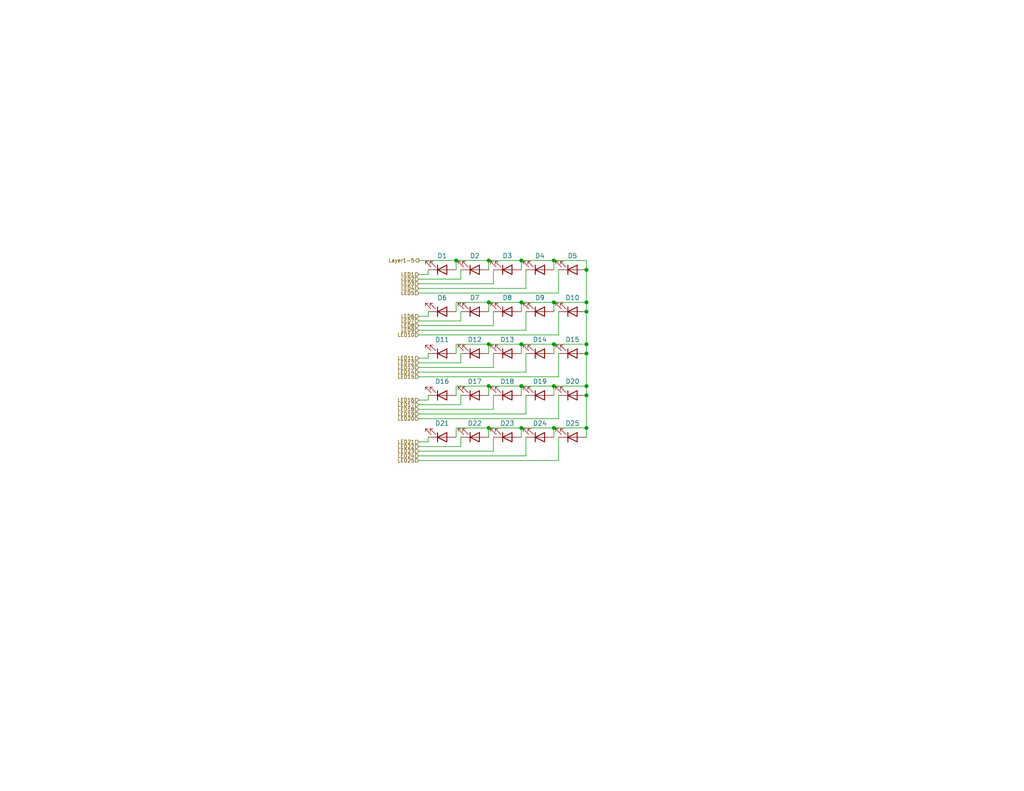
<source format=kicad_sch>
(kicad_sch (version 20230121) (generator eeschema)
  (paper "USLetter")
  (title_block (title "5x5 LED Cube Matrix") (date "2019-11-03") (rev "A1"))
  (lib_symbols
    (symbol "Device:LED" (pin_numbers hide) (pin_names (offset 1.016) hide)
      (property "Reference" "D" (at 0 2.54 0))
      (property "Value" "LED" (at 0 -2.54 0))
      (symbol "LED_0_1"
        (polyline (pts (xy -1.27 -1.27) (xy -1.27 1.27)) (stroke (width 0.254)))
        (polyline (pts (xy -1.27 0) (xy 1.27 0)))
        (polyline (pts (xy 1.27 -1.27) (xy 1.27 1.27) (xy -1.27 0) (xy 1.27 -1.27)) (stroke (width 0.254)))
        (polyline (pts (xy -3.048 -0.762) (xy -4.572 -2.286) (xy -3.81 -2.286) (xy -4.572 -2.286) (xy -4.572 -1.524)))
        (polyline (pts (xy -1.778 -0.762) (xy -3.302 -2.286) (xy -2.54 -2.286) (xy -3.302 -2.286) (xy -3.302 -1.524)))
      )
      (symbol "LED_1_1"
        (pin passive line (at -3.81 0 0) (length 2.54) (name "K") (number "1"))
        (pin passive line (at 3.81 0 180) (length 2.54) (name "A") (number "2"))
      )
    )
  )
  (junction (at 133.35 105.41))
  (junction (at 160.02 82.55))
  (junction (at 151.13 71.12))
  (junction (at 160.02 85.09))
  (junction (at 133.35 82.55))
  (junction (at 124.46 71.12))
  (junction (at 142.24 93.98))
  (junction (at 142.24 105.41))
  (junction (at 151.13 116.84))
  (junction (at 160.02 105.41))
  (junction (at 151.13 93.98))
  (junction (at 151.13 82.55))
  (junction (at 133.35 116.84))
  (junction (at 142.24 71.12))
  (junction (at 160.02 116.84))
  (junction (at 142.24 82.55))
  (junction (at 142.24 116.84))
  (junction (at 160.02 96.52))
  (junction (at 133.35 93.98))
  (junction (at 160.02 107.95))
  (junction (at 160.02 73.66))
  (junction (at 133.35 71.12))
  (junction (at 151.13 105.41))
  (junction (at 160.02 93.98))
  (wire (pts (xy 133.35 116.84) (xy 142.24 116.84)))
  (wire (pts (xy 143.51 124.46) (xy 143.51 119.38)))
  (wire (pts (xy 125.73 110.49) (xy 125.73 107.95)))
  (wire (pts (xy 143.51 101.6) (xy 143.51 96.52)))
  (wire (pts (xy 133.35 96.52) (xy 133.35 93.98)))
  (wire (pts (xy 125.73 76.2) (xy 114.3 76.2)))
  (wire (pts (xy 160.02 82.55) (xy 160.02 85.09)))
  (wire (pts (xy 160.02 93.98) (xy 160.02 85.09)))
  (wire (pts (xy 133.35 93.98) (xy 142.24 93.98)))
  (wire (pts (xy 151.13 71.12) (xy 160.02 71.12)))
  (wire (pts (xy 133.35 71.12) (xy 142.24 71.12)))
  (wire (pts (xy 151.13 85.09) (xy 151.13 82.55)))
  (wire (pts (xy 125.73 99.06) (xy 114.3 99.06)))
  (wire (pts (xy 142.24 107.95) (xy 142.24 105.41)))
  (wire (pts (xy 133.35 82.55) (xy 142.24 82.55)))
  (wire (pts (xy 151.13 73.66) (xy 151.13 71.12)))
  (wire (pts (xy 134.62 123.19) (xy 114.3 123.19)))
  (wire (pts (xy 152.4 102.87) (xy 114.3 102.87)))
  (wire (pts (xy 116.84 109.22) (xy 114.3 109.22)))
  (wire (pts (xy 116.84 74.93) (xy 114.3 74.93)))
  (wire (pts (xy 160.02 105.41) (xy 160.02 107.95)))
  (wire (pts (xy 116.84 107.95) (xy 116.84 109.22)))
  (wire (pts (xy 134.62 107.95) (xy 134.62 111.76)))
  (wire (pts (xy 114.3 90.17) (xy 143.51 90.17)))
  (wire (pts (xy 151.13 116.84) (xy 160.02 116.84)))
  (wire (pts (xy 152.4 125.73) (xy 114.3 125.73)))
  (wire (pts (xy 124.46 96.52) (xy 124.46 93.98)))
  (wire (pts (xy 124.46 71.12) (xy 133.35 71.12)))
  (wire (pts (xy 134.62 111.76) (xy 114.3 111.76)))
  (wire (pts (xy 152.4 119.38) (xy 152.4 125.73)))
  (wire (pts (xy 152.4 73.66) (xy 152.4 80.01)))
  (wire (pts (xy 142.24 116.84) (xy 151.13 116.84)))
  (wire (pts (xy 124.46 73.66) (xy 124.46 71.12)))
  (wire (pts (xy 160.02 82.55) (xy 160.02 73.66)))
  (wire (pts (xy 124.46 119.38) (xy 124.46 116.84)))
  (wire (pts (xy 116.84 96.52) (xy 116.84 97.79)))
  (wire (pts (xy 125.73 87.63) (xy 114.3 87.63)))
  (wire (pts (xy 125.73 110.49) (xy 114.3 110.49)))
  (wire (pts (xy 114.3 101.6) (xy 143.51 101.6)))
  (wire (pts (xy 133.35 85.09) (xy 133.35 82.55)))
  (wire (pts (xy 142.24 93.98) (xy 151.13 93.98)))
  (wire (pts (xy 134.62 88.9) (xy 114.3 88.9)))
  (wire (pts (xy 133.35 107.95) (xy 133.35 105.41)))
  (wire (pts (xy 114.3 71.12) (xy 124.46 71.12)))
  (wire (pts (xy 125.73 121.92) (xy 125.73 119.38)))
  (wire (pts (xy 124.46 85.09) (xy 124.46 82.55)))
  (wire (pts (xy 134.62 119.38) (xy 134.62 123.19)))
  (wire (pts (xy 152.4 80.01) (xy 114.3 80.01)))
  (wire (pts (xy 143.51 113.03) (xy 143.51 107.95)))
  (wire (pts (xy 116.84 119.38) (xy 116.84 120.65)))
  (wire (pts (xy 134.62 85.09) (xy 134.62 88.9)))
  (wire (pts (xy 152.4 91.44) (xy 114.3 91.44)))
  (wire (pts (xy 133.35 73.66) (xy 133.35 71.12)))
  (wire (pts (xy 125.73 121.92) (xy 114.3 121.92)))
  (wire (pts (xy 151.13 105.41) (xy 160.02 105.41)))
  (wire (pts (xy 116.84 120.65) (xy 114.3 120.65)))
  (wire (pts (xy 142.24 71.12) (xy 151.13 71.12)))
  (wire (pts (xy 133.35 119.38) (xy 133.35 116.84)))
  (wire (pts (xy 143.51 78.74) (xy 143.51 73.66)))
  (wire (pts (xy 125.73 76.2) (xy 125.73 73.66)))
  (wire (pts (xy 134.62 96.52) (xy 134.62 100.33)))
  (wire (pts (xy 114.3 124.46) (xy 143.51 124.46)))
  (wire (pts (xy 124.46 82.55) (xy 133.35 82.55)))
  (wire (pts (xy 142.24 85.09) (xy 142.24 82.55)))
  (wire (pts (xy 114.3 113.03) (xy 143.51 113.03)))
  (wire (pts (xy 116.84 73.66) (xy 116.84 74.93)))
  (wire (pts (xy 142.24 96.52) (xy 142.24 93.98)))
  (wire (pts (xy 160.02 116.84) (xy 160.02 107.95)))
  (wire (pts (xy 114.3 78.74) (xy 143.51 78.74)))
  (wire (pts (xy 151.13 107.95) (xy 151.13 105.41)))
  (wire (pts (xy 152.4 114.3) (xy 114.3 114.3)))
  (wire (pts (xy 151.13 119.38) (xy 151.13 116.84)))
  (wire (pts (xy 142.24 73.66) (xy 142.24 71.12)))
  (wire (pts (xy 116.84 86.36) (xy 114.3 86.36)))
  (wire (pts (xy 116.84 97.79) (xy 114.3 97.79)))
  (wire (pts (xy 142.24 105.41) (xy 151.13 105.41)))
  (wire (pts (xy 125.73 87.63) (xy 125.73 85.09)))
  (wire (pts (xy 143.51 90.17) (xy 143.51 85.09)))
  (wire (pts (xy 142.24 82.55) (xy 151.13 82.55)))
  (wire (pts (xy 124.46 105.41) (xy 133.35 105.41)))
  (wire (pts (xy 124.46 107.95) (xy 124.46 105.41)))
  (wire (pts (xy 134.62 73.66) (xy 134.62 77.47)))
  (wire (pts (xy 124.46 93.98) (xy 133.35 93.98)))
  (wire (pts (xy 151.13 96.52) (xy 151.13 93.98)))
  (wire (pts (xy 160.02 116.84) (xy 160.02 119.38)))
  (wire (pts (xy 152.4 107.95) (xy 152.4 114.3)))
  (wire (pts (xy 134.62 77.47) (xy 114.3 77.47)))
  (wire (pts (xy 160.02 105.41) (xy 160.02 96.52)))
  (wire (pts (xy 142.24 119.38) (xy 142.24 116.84)))
  (wire (pts (xy 160.02 71.12) (xy 160.02 73.66)))
  (wire (pts (xy 152.4 96.52) (xy 152.4 102.87)))
  (wire (pts (xy 124.46 116.84) (xy 133.35 116.84)))
  (wire (pts (xy 152.4 85.09) (xy 152.4 91.44)))
  (wire (pts (xy 133.35 105.41) (xy 142.24 105.41)))
  (wire (pts (xy 116.84 85.09) (xy 116.84 86.36)))
  (wire (pts (xy 160.02 93.98) (xy 160.02 96.52)))
  (wire (pts (xy 151.13 82.55) (xy 160.02 82.55)))
  (wire (pts (xy 134.62 100.33) (xy 114.3 100.33)))
  (wire (pts (xy 151.13 93.98) (xy 160.02 93.98)))
  (wire (pts (xy 125.73 99.06) (xy 125.73 96.52)))
  (hierarchical_label "LED2" (shape input) (at 114.3 76.2 180) (effects (font (size 0.9906 0.9906))))
  (hierarchical_label "LED21" (shape input) (at 114.3 120.65 180) (effects (font (size 0.9906 0.9906))))
  (hierarchical_label "LED22" (shape input) (at 114.3 121.92 180) (effects (font (size 0.9906 0.9906))))
  (hierarchical_label "LED24" (shape input) (at 114.3 124.46 180) (effects (font (size 0.9906 0.9906))))
  (hierarchical_label "LED10" (shape input) (at 114.3 91.44 180) (effects (font (size 0.9906 0.9906))))
  (hierarchical_label "LED14" (shape input) (at 114.3 101.6 180) (effects (font (size 0.9906 0.9906))))
  (hierarchical_label "LED11" (shape input) (at 114.3 97.79 180) (effects (font (size 0.9906 0.9906))))
  (hierarchical_label "LED4" (shape input) (at 114.3 78.74 180) (effects (font (size 0.9906 0.9906))))
  (hierarchical_label "LED16" (shape input) (at 114.3 109.22 180) (effects (font (size 0.9906 0.9906))))
  (hierarchical_label "LED5" (shape input) (at 114.3 80.01 180) (effects (font (size 0.9906 0.9906))))
  (hierarchical_label "LED17" (shape input) (at 114.3 110.49 180) (effects (font (size 0.9906 0.9906))))
  (hierarchical_label "LED20" (shape input) (at 114.3 114.3 180) (effects (font (size 0.9906 0.9906))))
  (hierarchical_label "LED9" (shape input) (at 114.3 90.17 180) (effects (font (size 0.9906 0.9906))))
  (hierarchical_label "LED6" (shape input) (at 114.3 86.36 180) (effects (font (size 0.9906 0.9906))))
  (hierarchical_label "LED1" (shape input) (at 114.3 74.93 180) (effects (font (size 0.9906 0.9906))))
  (hierarchical_label "LED8" (shape input) (at 114.3 88.9 180) (effects (font (size 0.9906 0.9906))))
  (hierarchical_label "LED15" (shape input) (at 114.3 102.87 180) (effects (font (size 0.9906 0.9906))))
  (hierarchical_label "LED19" (shape input) (at 114.3 113.03 180) (effects (font (size 0.9906 0.9906))))
  (hierarchical_label "LED12" (shape input) (at 114.3 99.06 180) (effects (font (size 0.9906 0.9906))))
  (hierarchical_label "LED18" (shape input) (at 114.3 111.76 180) (effects (font (size 0.9906 0.9906))))
  (hierarchical_label "Layer1-5" (shape output) (at 114.3 71.12 180) (effects (font (size 0.9906 0.9906))))
  (hierarchical_label "LED25" (shape input) (at 114.3 125.73 180) (effects (font (size 0.9906 0.9906))))
  (hierarchical_label "LED23" (shape input) (at 114.3 123.19 180) (effects (font (size 0.9906 0.9906))))
  (hierarchical_label "LED3" (shape input) (at 114.3 77.47 180) (effects (font (size 0.9906 0.9906))))
  (hierarchical_label "LED7" (shape input) (at 114.3 87.63 180) (effects (font (size 0.9906 0.9906))))
  (hierarchical_label "LED13" (shape input) (at 114.3 100.33 180) (effects (font (size 0.9906 0.9906))))
  (symbol (lib_id "Device:LED") (at 120.65 73.66 0) (mirror x) (unit 1)
    (property "Reference" "D1" (at 120.65 69.85 0))
    (property "Value" "LED" (effects hide))
    (property "Footprint" "Connector_Pin:Pin_D1.0mm_L10.0mm" (effects hide))
  )
  (symbol (lib_id "Device:LED") (at 138.43 73.66 0) (mirror x) (unit 1)
    (property "Reference" "D3" (at 138.43 69.85 0))
    (property "Value" "LED" (effects hide))
    (property "Footprint" "Connector_Pin:Pin_D1.0mm_L10.0mm" (effects hide))
  )
  (symbol (lib_id "Device:LED") (at 147.32 73.66 0) (mirror x) (unit 1)
    (property "Reference" "D4" (at 147.32 69.85 0))
    (property "Value" "LED" (effects hide))
    (property "Footprint" "Connector_Pin:Pin_D1.0mm_L10.0mm" (effects hide))
  )
  (symbol (lib_id "Device:LED") (at 156.21 73.66 0) (mirror x) (unit 1)
    (property "Reference" "D5" (at 156.21 69.85 0))
    (property "Value" "LED" (effects hide))
    (property "Footprint" "Connector_Pin:Pin_D1.0mm_L10.0mm" (effects hide))
  )
  (symbol (lib_id "Device:LED") (at 129.54 73.66 0) (mirror x) (unit 1)
    (property "Reference" "D2" (at 129.54 69.85 0))
    (property "Value" "LED" (effects hide))
    (property "Footprint" "Connector_Pin:Pin_D1.0mm_L10.0mm" (effects hide))
  )
  (symbol (lib_id "Device:LED") (at 120.65 85.09 0) (mirror x) (unit 1)
    (property "Reference" "D6" (at 120.65 81.28 0))
    (property "Value" "LED" (effects hide))
    (property "Footprint" "Connector_Pin:Pin_D1.0mm_L10.0mm" (effects hide))
  )
  (symbol (lib_id "Device:LED") (at 138.43 85.09 0) (mirror x) (unit 1)
    (property "Reference" "D8" (at 138.43 81.28 0))
    (property "Value" "LED" (effects hide))
    (property "Footprint" "Connector_Pin:Pin_D1.0mm_L10.0mm" (effects hide))
  )
  (symbol (lib_id "Device:LED") (at 147.32 85.09 0) (mirror x) (unit 1)
    (property "Reference" "D9" (at 147.32 81.28 0))
    (property "Value" "LED" (effects hide))
    (property "Footprint" "Connector_Pin:Pin_D1.0mm_L10.0mm" (effects hide))
  )
  (symbol (lib_id "Device:LED") (at 156.21 85.09 0) (mirror x) (unit 1)
    (property "Reference" "D10" (at 156.21 81.28 0))
    (property "Value" "LED" (effects hide))
    (property "Footprint" "Connector_Pin:Pin_D1.0mm_L10.0mm" (effects hide))
  )
  (symbol (lib_id "Device:LED") (at 129.54 85.09 0) (mirror x) (unit 1)
    (property "Reference" "D7" (at 129.54 81.28 0))
    (property "Value" "LED" (effects hide))
    (property "Footprint" "Connector_Pin:Pin_D1.0mm_L10.0mm" (effects hide))
  )
  (symbol (lib_id "Device:LED") (at 120.65 96.52 0) (mirror x) (unit 1)
    (property "Reference" "D11" (at 120.65 92.71 0))
    (property "Value" "LED" (effects hide))
    (property "Footprint" "Connector_Pin:Pin_D1.0mm_L10.0mm" (effects hide))
  )
  (symbol (lib_id "Device:LED") (at 138.43 96.52 0) (mirror x) (unit 1)
    (property "Reference" "D13" (at 138.43 92.71 0))
    (property "Value" "LED" (effects hide))
    (property "Footprint" "Connector_Pin:Pin_D1.0mm_L10.0mm" (effects hide))
  )
  (symbol (lib_id "Device:LED") (at 147.32 96.52 0) (mirror x) (unit 1)
    (property "Reference" "D14" (at 147.32 92.71 0))
    (property "Value" "LED" (effects hide))
    (property "Footprint" "Connector_Pin:Pin_D1.0mm_L10.0mm" (effects hide))
  )
  (symbol (lib_id "Device:LED") (at 156.21 96.52 0) (mirror x) (unit 1)
    (property "Reference" "D15" (at 156.21 92.71 0))
    (property "Value" "LED" (effects hide))
    (property "Footprint" "Connector_Pin:Pin_D1.0mm_L10.0mm" (effects hide))
  )
  (symbol (lib_id "Device:LED") (at 129.54 96.52 0) (mirror x) (unit 1)
    (property "Reference" "D12" (at 129.54 92.71 0))
    (property "Value" "LED" (effects hide))
    (property "Footprint" "Connector_Pin:Pin_D1.0mm_L10.0mm" (effects hide))
  )
  (symbol (lib_id "Device:LED") (at 120.65 107.95 0) (mirror x) (unit 1)
    (property "Reference" "D16" (at 120.65 104.14 0))
    (property "Value" "LED" (effects hide))
    (property "Footprint" "Connector_Pin:Pin_D1.0mm_L10.0mm" (effects hide))
  )
  (symbol (lib_id "Device:LED") (at 138.43 107.95 0) (mirror x) (unit 1)
    (property "Reference" "D18" (at 138.43 104.14 0))
    (property "Value" "LED" (effects hide))
    (property "Footprint" "Connector_Pin:Pin_D1.0mm_L10.0mm" (effects hide))
  )
  (symbol (lib_id "Device:LED") (at 147.32 107.95 0) (mirror x) (unit 1)
    (property "Reference" "D19" (at 147.32 104.14 0))
    (property "Value" "LED" (effects hide))
    (property "Footprint" "Connector_Pin:Pin_D1.0mm_L10.0mm" (effects hide))
  )
  (symbol (lib_id "Device:LED") (at 156.21 107.95 0) (mirror x) (unit 1)
    (property "Reference" "D20" (at 156.21 104.14 0))
    (property "Value" "LED" (effects hide))
    (property "Footprint" "Connector_Pin:Pin_D1.0mm_L10.0mm" (effects hide))
  )
  (symbol (lib_id "Device:LED") (at 129.54 107.95 0) (mirror x) (unit 1)
    (property "Reference" "D17" (at 129.54 104.14 0))
    (property "Value" "LED" (effects hide))
    (property "Footprint" "Connector_Pin:Pin_D1.0mm_L10.0mm" (effects hide))
  )
  (symbol (lib_id "Device:LED") (at 120.65 119.38 0) (mirror x) (unit 1)
    (property "Reference" "D21" (at 120.65 115.57 0))
    (property "Value" "LED" (effects hide))
    (property "Footprint" "Connector_Pin:Pin_D1.0mm_L10.0mm" (effects hide))
  )
  (symbol (lib_id "Device:LED") (at 138.43 119.38 0) (mirror x) (unit 1)
    (property "Reference" "D23" (at 138.43 115.57 0))
    (property "Value" "LED" (effects hide))
    (property "Footprint" "Connector_Pin:Pin_D1.0mm_L10.0mm" (effects hide))
  )
  (symbol (lib_id "Device:LED") (at 147.32 119.38 0) (mirror x) (unit 1)
    (property "Reference" "D24" (at 147.32 115.57 0))
    (property "Value" "LED" (effects hide))
    (property "Footprint" "Connector_Pin:Pin_D1.0mm_L10.0mm" (effects hide))
  )
  (symbol (lib_id "Device:LED") (at 156.21 119.38 0) (mirror x) (unit 1)
    (property "Reference" "D25" (at 156.21 115.57 0))
    (property "Value" "LED" (effects hide))
    (property "Footprint" "Connector_Pin:Pin_D1.0mm_L10.0mm" (effects hide))
  )
  (symbol (lib_id "Device:LED") (at 129.54 119.38 0) (mirror x) (unit 1)
    (property "Reference" "D22" (at 129.54 115.57 0))
    (property "Value" "LED" (effects hide))
    (property "Footprint" "Connector_Pin:Pin_D1.0mm_L10.0mm" (effects hide))
  )
)
</source>
